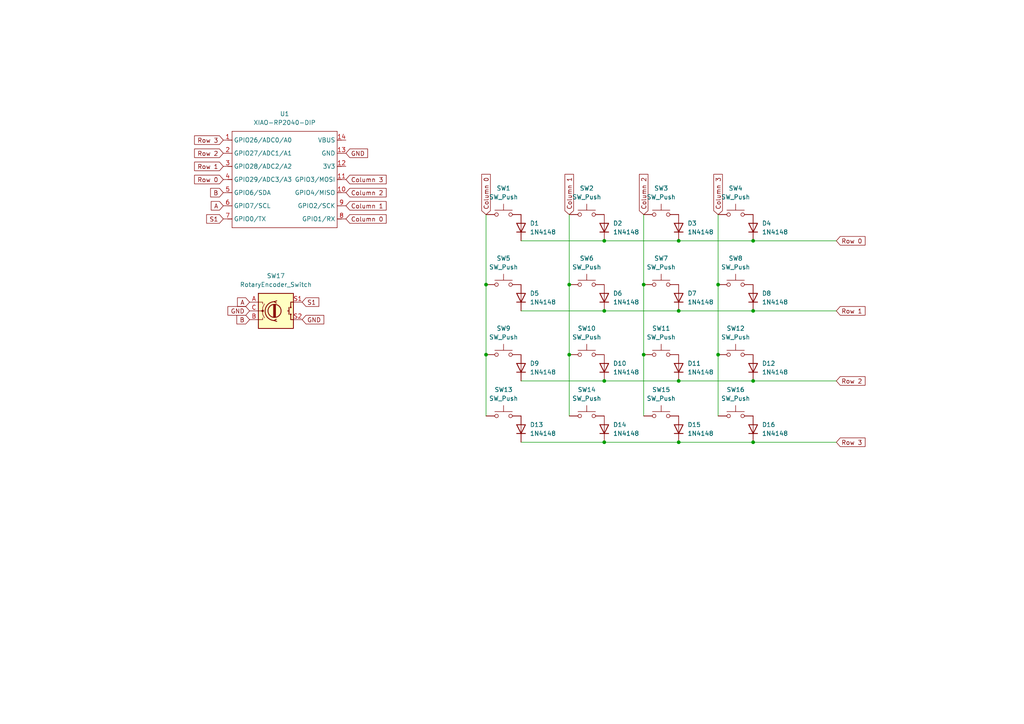
<source format=kicad_sch>
(kicad_sch (version 20250114) (generator "eeschema") (generator_version "9.0")
  (paper "A4")
  (lib_symbols
    (symbol "Device:RotaryEncoder_Switch" (pin_names (offset 0.254) (hide yes))
      (property "Reference" "SW" (at 0 6.604 0))
      (property "Value" "RotaryEncoder_Switch" (at 0 -6.604 0))
      (symbol "RotaryEncoder_Switch_0_1"
        (rectangle (start -5.08 5.08) (end 5.08 -5.08) (stroke (width 0.254)) (fill (type background)))
        (polyline (pts (xy -5.08 2.54) (xy -3.81 2.54) (xy -3.81 2.032)))
        (polyline (pts (xy -5.08 0) (xy -3.81 0) (xy -3.81 -1.016) (xy -3.302 -2.032)))
        (polyline (pts (xy -5.08 -2.54) (xy -3.81 -2.54) (xy -3.81 -2.032)))
        (polyline (pts (xy -4.318 0) (xy -3.81 0) (xy -3.81 1.016) (xy -3.302 2.032)))
        (circle (center -3.81 0) (radius 0.254) (fill (type outline)))
        (polyline (pts (xy -0.635 -1.778) (xy -0.635 1.778)) (stroke (width 0.254)))
        (circle (center -0.381 0) (radius 1.905) (stroke (width 0.254)))
        (polyline (pts (xy -0.381 -1.778) (xy -0.381 1.778)) (stroke (width 0.254)))
        (arc (start -0.381 -2.794) (mid -3.0988 -0.0635) (end -0.381 2.667) (stroke (width 0.254)))
        (polyline (pts (xy -0.127 1.778) (xy -0.127 -1.778)) (stroke (width 0.254)))
        (polyline (pts (xy 0.254 2.921) (xy -0.508 2.667) (xy 0.127 2.286)) (stroke (width 0.254)))
        (polyline (pts (xy 0.254 -3.048) (xy -0.508 -2.794) (xy 0.127 -2.413)) (stroke (width 0.254)))
        (polyline (pts (xy 3.81 1.016) (xy 3.81 -1.016)) (stroke (width 0.254)))
        (polyline (pts (xy 3.81 0) (xy 3.429 0)) (stroke (width 0.254)))
        (circle (center 4.318 1.016) (radius 0.127) (stroke (width 0.254)))
        (circle (center 4.318 -1.016) (radius 0.127) (stroke (width 0.254)))
        (polyline (pts (xy 5.08 2.54) (xy 4.318 2.54) (xy 4.318 1.016)) (stroke (width 0.254)))
        (polyline (pts (xy 5.08 -2.54) (xy 4.318 -2.54) (xy 4.318 -1.016)) (stroke (width 0.254)))
      )
      (symbol "RotaryEncoder_Switch_1_1"
        (pin passive line (at -7.62 2.54 0) (length 2.54) (name "A") (number "A"))
        (pin passive line (at -7.62 0 0) (length 2.54) (name "C") (number "C"))
        (pin passive line (at -7.62 -2.54 0) (length 2.54) (name "B") (number "B"))
        (pin passive line (at 7.62 2.54 180) (length 2.54) (name "S1") (number "S1"))
        (pin passive line (at 7.62 -2.54 180) (length 2.54) (name "S2") (number "S2"))
      )
    )
    (symbol "Diode:1N4148" (pin_numbers (hide yes)) (pin_names (hide yes))
      (property "Reference" "D" (at 0 2.54 0))
      (property "Value" "1N4148" (at 0 -2.54 0))
      (symbol "1N4148_0_1"
        (polyline (pts (xy -1.27 1.27) (xy -1.27 -1.27)) (stroke (width 0.254)))
        (polyline (pts (xy 1.27 1.27) (xy 1.27 -1.27) (xy -1.27 0) (xy 1.27 1.27)) (stroke (width 0.254)))
        (polyline (pts (xy 1.27 0) (xy -1.27 0)))
      )
      (symbol "1N4148_1_1"
        (pin passive line (at -3.81 0 0) (length 2.54) (name "K") (number "1"))
        (pin passive line (at 3.81 0 180) (length 2.54) (name "A") (number "2"))
      )
    )
    (symbol "Switch:SW_Push" (pin_numbers (hide yes)) (pin_names (offset 1.016) (hide yes))
      (property "Reference" "SW" (at 1.27 2.54 0))
      (property "Value" "SW_Push" (at 0 -1.524 0))
      (symbol "SW_Push_0_1"
        (circle (center -2.032 0) (radius 0.508))
        (polyline (pts (xy 0 1.27) (xy 0 3.048)))
        (circle (center 2.032 0) (radius 0.508))
        (polyline (pts (xy 2.54 1.27) (xy -2.54 1.27)))
        (pin passive line (at -5.08 0 0) (length 2.54) (name "1") (number "1"))
        (pin passive line (at 5.08 0 180) (length 2.54) (name "2") (number "2"))
      )
    )
    (symbol "Xiao:XIAO-RP2040-DIP"
      (property "Reference" "U" (at 0 0 0))
      (property "Value" "XIAO-RP2040-DIP" (at 5.334 -1.778 0))
      (symbol "XIAO-RP2040-DIP_1_0"
        (polyline (pts (xy -1.27 -2.54) (xy 29.21 -2.54)) (stroke (width 0.1524)))
        (polyline (pts (xy -1.27 -5.08) (xy -2.54 -5.08)) (stroke (width 0.1524)))
        (polyline (pts (xy -1.27 -5.08) (xy -1.27 -2.54)) (stroke (width 0.1524)))
        (polyline (pts (xy -1.27 -8.89) (xy -2.54 -8.89)) (stroke (width 0.1524)))
        (polyline (pts (xy -1.27 -8.89) (xy -1.27 -5.08)) (stroke (width 0.1524)))
        (polyline (pts (xy -1.27 -12.7) (xy -2.54 -12.7)) (stroke (width 0.1524)))
        (polyline (pts (xy -1.27 -12.7) (xy -1.27 -8.89)) (stroke (width 0.1524)))
        (polyline (pts (xy -1.27 -16.51) (xy -2.54 -16.51)) (stroke (width 0.1524)))
        (polyline (pts (xy -1.27 -16.51) (xy -1.27 -12.7)) (stroke (width 0.1524)))
        (polyline (pts (xy -1.27 -20.32) (xy -2.54 -20.32)) (stroke (width 0.1524)))
        (polyline (pts (xy -1.27 -24.13) (xy -2.54 -24.13)) (stroke (width 0.1524)))
        (polyline (pts (xy -1.27 -27.94) (xy -2.54 -27.94)) (stroke (width 0.1524)))
        (polyline (pts (xy -1.27 -30.48) (xy -1.27 -16.51)) (stroke (width 0.1524)))
        (polyline (pts (xy 29.21 -2.54) (xy 29.21 -5.08)) (stroke (width 0.1524)))
        (polyline (pts (xy 29.21 -5.08) (xy 29.21 -8.89)) (stroke (width 0.1524)))
        (polyline (pts (xy 29.21 -8.89) (xy 29.21 -12.7)) (stroke (width 0.1524)))
        (polyline (pts (xy 29.21 -12.7) (xy 29.21 -30.48)) (stroke (width 0.1524)))
        (polyline (pts (xy 29.21 -30.48) (xy -1.27 -30.48)) (stroke (width 0.1524)))
        (polyline (pts (xy 30.48 -5.08) (xy 29.21 -5.08)) (stroke (width 0.1524)))
        (polyline (pts (xy 30.48 -8.89) (xy 29.21 -8.89)) (stroke (width 0.1524)))
        (polyline (pts (xy 30.48 -12.7) (xy 29.21 -12.7)) (stroke (width 0.1524)))
        (polyline (pts (xy 30.48 -16.51) (xy 29.21 -16.51)) (stroke (width 0.1524)))
        (polyline (pts (xy 30.48 -20.32) (xy 29.21 -20.32)) (stroke (width 0.1524)))
        (polyline (pts (xy 30.48 -24.13) (xy 29.21 -24.13)) (stroke (width 0.1524)))
        (polyline (pts (xy 30.48 -27.94) (xy 29.21 -27.94)) (stroke (width 0.1524)))
        (pin passive line (at -3.81 -5.08 0) (length 2.54) (name "GPIO26/ADC0/A0") (number "1"))
        (pin passive line (at -3.81 -8.89 0) (length 2.54) (name "GPIO27/ADC1/A1") (number "2"))
        (pin passive line (at -3.81 -12.7 0) (length 2.54) (name "GPIO28/ADC2/A2") (number "3"))
        (pin passive line (at -3.81 -16.51 0) (length 2.54) (name "GPIO29/ADC3/A3") (number "4"))
        (pin passive line (at -3.81 -20.32 0) (length 2.54) (name "GPIO6/SDA") (number "5"))
        (pin passive line (at -3.81 -24.13 0) (length 2.54) (name "GPIO7/SCL") (number "6"))
        (pin passive line (at -3.81 -27.94 0) (length 2.54) (name "GPIO0/TX") (number "7"))
        (pin passive line (at 31.75 -5.08 180) (length 2.54) (name "VBUS") (number "14"))
        (pin passive line (at 31.75 -8.89 180) (length 2.54) (name "GND") (number "13"))
        (pin passive line (at 31.75 -12.7 180) (length 2.54) (name "3V3") (number "12"))
        (pin passive line (at 31.75 -16.51 180) (length 2.54) (name "GPIO3/MOSI") (number "11"))
        (pin passive line (at 31.75 -20.32 180) (length 2.54) (name "GPIO4/MISO") (number "10"))
        (pin passive line (at 31.75 -24.13 180) (length 2.54) (name "GPIO2/SCK") (number "9"))
        (pin passive line (at 31.75 -27.94 180) (length 2.54) (name "GPIO1/RX") (number "8"))
      )
    )
  )
  (junction (at 218.44 110.49))
  (junction (at 175.26 69.85))
  (junction (at 175.26 90.17))
  (junction (at 186.69 82.55))
  (junction (at 165.1 102.87))
  (junction (at 186.69 102.87))
  (junction (at 208.28 102.87))
  (junction (at 196.85 69.85))
  (junction (at 165.1 82.55))
  (junction (at 208.28 82.55))
  (junction (at 175.26 128.27))
  (junction (at 196.85 128.27))
  (junction (at 196.85 110.49))
  (junction (at 140.97 82.55))
  (junction (at 175.26 110.49))
  (junction (at 218.44 90.17))
  (junction (at 196.85 90.17))
  (junction (at 140.97 102.87))
  (junction (at 218.44 69.85))
  (junction (at 218.44 128.27))
  (wire (pts (xy 218.44 90.17) (xy 242.57 90.17)))
  (wire (pts (xy 165.1 82.55) (xy 165.1 102.87)))
  (wire (pts (xy 165.1 62.23) (xy 165.1 82.55)))
  (wire (pts (xy 218.44 128.27) (xy 242.57 128.27)))
  (wire (pts (xy 140.97 62.23) (xy 140.97 82.55)))
  (wire (pts (xy 175.26 128.27) (xy 196.85 128.27)))
  (wire (pts (xy 186.69 62.23) (xy 186.69 82.55)))
  (wire (pts (xy 165.1 102.87) (xy 165.1 120.65)))
  (wire (pts (xy 196.85 128.27) (xy 218.44 128.27)))
  (wire (pts (xy 151.13 128.27) (xy 175.26 128.27)))
  (wire (pts (xy 140.97 102.87) (xy 140.97 120.65)))
  (wire (pts (xy 208.28 82.55) (xy 208.28 102.87)))
  (wire (pts (xy 151.13 69.85) (xy 175.26 69.85)))
  (wire (pts (xy 140.97 82.55) (xy 140.97 102.87)))
  (wire (pts (xy 151.13 90.17) (xy 175.26 90.17)))
  (wire (pts (xy 196.85 69.85) (xy 218.44 69.85)))
  (wire (pts (xy 175.26 90.17) (xy 196.85 90.17)))
  (wire (pts (xy 196.85 90.17) (xy 218.44 90.17)))
  (wire (pts (xy 186.69 102.87) (xy 186.69 120.65)))
  (wire (pts (xy 196.85 110.49) (xy 218.44 110.49)))
  (wire (pts (xy 186.69 82.55) (xy 186.69 102.87)))
  (wire (pts (xy 208.28 62.23) (xy 208.28 82.55)))
  (wire (pts (xy 208.28 102.87) (xy 208.28 120.65)))
  (wire (pts (xy 218.44 110.49) (xy 242.57 110.49)))
  (wire (pts (xy 151.13 110.49) (xy 175.26 110.49)))
  (wire (pts (xy 175.26 110.49) (xy 196.85 110.49)))
  (wire (pts (xy 175.26 69.85) (xy 196.85 69.85)))
  (wire (pts (xy 218.44 69.85) (xy 242.57 69.85)))
  (global_label "Column 1" (shape input) (at 165.1 62.23 90) (property "Intersheetrefs" "${INTERSHEET_REFS}" (effects (hide yes))))
  (global_label "Column 1" (shape input) (at 100.33 59.69 0) (property "Intersheetrefs" "${INTERSHEET_REFS}" (effects (hide yes))))
  (global_label "Row 1" (shape input) (at 242.57 90.17 0) (property "Intersheetrefs" "${INTERSHEET_REFS}" (effects (hide yes))))
  (global_label "Column 2" (shape input) (at 186.69 62.23 90) (property "Intersheetrefs" "${INTERSHEET_REFS}" (effects (hide yes))))
  (global_label "S1" (shape input) (at 87.63 87.63 0) (property "Intersheetrefs" "${INTERSHEET_REFS}" (effects (hide yes))))
  (global_label "Row 3" (shape input) (at 64.77 40.64 180) (property "Intersheetrefs" "${INTERSHEET_REFS}" (effects (hide yes))))
  (global_label "Column 3" (shape input) (at 100.33 52.07 0) (property "Intersheetrefs" "${INTERSHEET_REFS}" (effects (hide yes))))
  (global_label "Column 0" (shape input) (at 100.33 63.5 0) (property "Intersheetrefs" "${INTERSHEET_REFS}" (effects (hide yes))))
  (global_label "Row 1" (shape input) (at 64.77 48.26 180) (property "Intersheetrefs" "${INTERSHEET_REFS}" (effects (hide yes))))
  (global_label "Row 2" (shape input) (at 64.77 44.45 180) (property "Intersheetrefs" "${INTERSHEET_REFS}" (effects (hide yes))))
  (global_label "GND" (shape input) (at 87.63 92.71 0) (property "Intersheetrefs" "${INTERSHEET_REFS}" (effects (hide yes))))
  (global_label "A" (shape input) (at 72.39 87.63 180) (property "Intersheetrefs" "${INTERSHEET_REFS}" (effects (hide yes))))
  (global_label "S1" (shape input) (at 64.77 63.5 180) (property "Intersheetrefs" "${INTERSHEET_REFS}" (effects (hide yes))))
  (global_label "B" (shape input) (at 72.39 92.71 180) (property "Intersheetrefs" "${INTERSHEET_REFS}" (effects (hide yes))))
  (global_label "Column 2" (shape input) (at 100.33 55.88 0) (property "Intersheetrefs" "${INTERSHEET_REFS}" (effects (hide yes))))
  (global_label "Row 2" (shape input) (at 242.57 110.49 0) (property "Intersheetrefs" "${INTERSHEET_REFS}" (effects (hide yes))))
  (global_label "Row 3" (shape input) (at 242.57 128.27 0) (property "Intersheetrefs" "${INTERSHEET_REFS}" (effects (hide yes))))
  (global_label "Column 0" (shape input) (at 140.97 62.23 90) (property "Intersheetrefs" "${INTERSHEET_REFS}" (effects (hide yes))))
  (global_label "Column 3" (shape input) (at 208.28 62.23 90) (property "Intersheetrefs" "${INTERSHEET_REFS}" (effects (hide yes))))
  (global_label "GND" (shape input) (at 100.33 44.45 0) (property "Intersheetrefs" "${INTERSHEET_REFS}" (effects (hide yes))))
  (global_label "A" (shape input) (at 64.77 59.69 180) (property "Intersheetrefs" "${INTERSHEET_REFS}" (effects (hide yes))))
  (global_label "Row 0" (shape input) (at 242.57 69.85 0) (property "Intersheetrefs" "${INTERSHEET_REFS}" (effects (hide yes))))
  (global_label "B" (shape input) (at 64.77 55.88 180) (property "Intersheetrefs" "${INTERSHEET_REFS}" (effects (hide yes))))
  (global_label "GND" (shape input) (at 72.39 90.17 180) (property "Intersheetrefs" "${INTERSHEET_REFS}" (effects (hide yes))))
  (global_label "Row 0" (shape input) (at 64.77 52.07 180) (property "Intersheetrefs" "${INTERSHEET_REFS}" (effects (hide yes))))
  (symbol (lib_id "Diode:1N4148") (at 151.13 66.04 90) (unit 1)
    (property "Reference" "D1" (at 153.67 64.7699 90) (effects (justify right)))
    (property "Value" "1N4148" (at 153.67 67.3099 90) (effects (justify right)))
    (property "Footprint" "Diode_THT:D_DO-35_SOD27_P7.62mm_Horizontal" (effects (hide yes)))
    (property "Datasheet" "https://assets.nexperia.com/documents/data-sheet/1N4148_1N4448.pdf" (effects (hide yes)))
    (property "Description" "100V 0.15A standard switching diode, DO-35" (effects (hide yes)))
    (property "Sim.Device" "D" (effects (hide yes)))
    (property "Sim.Pins" "1=K 2=A" (effects (hide yes)))
  )
  (symbol (lib_id "Switch:SW_Push") (at 146.05 82.55 0) (unit 1)
    (property "Reference" "SW5" (at 146.05 74.93 0))
    (property "Value" "SW_Push" (at 146.05 77.47 0))
    (property "Footprint" "Button_Switch_Keyboard:SW_Cherry_MX_1.00u_PCB" (effects (hide yes)))
    (property "Description" "Push button switch, generic, two pins" (effects (hide yes)))
  )
  (symbol (lib_id "Diode:1N4148") (at 218.44 106.68 90) (unit 1)
    (property "Reference" "D12" (at 220.98 105.4099 90) (effects (justify right)))
    (property "Value" "1N4148" (at 220.98 107.9499 90) (effects (justify right)))
    (property "Footprint" "Diode_THT:D_DO-35_SOD27_P7.62mm_Horizontal" (effects (hide yes)))
    (property "Datasheet" "https://assets.nexperia.com/documents/data-sheet/1N4148_1N4448.pdf" (effects (hide yes)))
    (property "Description" "100V 0.15A standard switching diode, DO-35" (effects (hide yes)))
    (property "Sim.Device" "D" (effects (hide yes)))
    (property "Sim.Pins" "1=K 2=A" (effects (hide yes)))
  )
  (symbol (lib_id "Switch:SW_Push") (at 170.18 102.87 0) (unit 1)
    (property "Reference" "SW10" (at 170.18 95.25 0))
    (property "Value" "SW_Push" (at 170.18 97.79 0))
    (property "Footprint" "Button_Switch_Keyboard:SW_Cherry_MX_1.00u_PCB" (effects (hide yes)))
    (property "Description" "Push button switch, generic, two pins" (effects (hide yes)))
  )
  (symbol (lib_id "Switch:SW_Push") (at 146.05 102.87 0) (unit 1)
    (property "Reference" "SW9" (at 146.05 95.25 0))
    (property "Value" "SW_Push" (at 146.05 97.79 0))
    (property "Footprint" "Button_Switch_Keyboard:SW_Cherry_MX_1.00u_PCB" (effects (hide yes)))
    (property "Description" "Push button switch, generic, two pins" (effects (hide yes)))
  )
  (symbol (lib_id "Diode:1N4148") (at 218.44 66.04 90) (unit 1)
    (property "Reference" "D4" (at 220.98 64.7699 90) (effects (justify right)))
    (property "Value" "1N4148" (at 220.98 67.3099 90) (effects (justify right)))
    (property "Footprint" "Diode_THT:D_DO-35_SOD27_P7.62mm_Horizontal" (effects (hide yes)))
    (property "Datasheet" "https://assets.nexperia.com/documents/data-sheet/1N4148_1N4448.pdf" (effects (hide yes)))
    (property "Description" "100V 0.15A standard switching diode, DO-35" (effects (hide yes)))
    (property "Sim.Device" "D" (effects (hide yes)))
    (property "Sim.Pins" "1=K 2=A" (effects (hide yes)))
  )
  (symbol (lib_id "Diode:1N4148") (at 196.85 66.04 90) (unit 1)
    (property "Reference" "D3" (at 199.39 64.7699 90) (effects (justify right)))
    (property "Value" "1N4148" (at 199.39 67.3099 90) (effects (justify right)))
    (property "Footprint" "Diode_THT:D_DO-35_SOD27_P7.62mm_Horizontal" (effects (hide yes)))
    (property "Datasheet" "https://assets.nexperia.com/documents/data-sheet/1N4148_1N4448.pdf" (effects (hide yes)))
    (property "Description" "100V 0.15A standard switching diode, DO-35" (effects (hide yes)))
    (property "Sim.Device" "D" (effects (hide yes)))
    (property "Sim.Pins" "1=K 2=A" (effects (hide yes)))
  )
  (symbol (lib_id "Switch:SW_Push") (at 191.77 82.55 0) (unit 1)
    (property "Reference" "SW7" (at 191.77 74.93 0))
    (property "Value" "SW_Push" (at 191.77 77.47 0))
    (property "Footprint" "Button_Switch_Keyboard:SW_Cherry_MX_1.00u_PCB" (effects (hide yes)))
    (property "Description" "Push button switch, generic, two pins" (effects (hide yes)))
  )
  (symbol (lib_id "Diode:1N4148") (at 218.44 86.36 90) (unit 1)
    (property "Reference" "D8" (at 220.98 85.0899 90) (effects (justify right)))
    (property "Value" "1N4148" (at 220.98 87.6299 90) (effects (justify right)))
    (property "Footprint" "Diode_THT:D_DO-35_SOD27_P7.62mm_Horizontal" (effects (hide yes)))
    (property "Datasheet" "https://assets.nexperia.com/documents/data-sheet/1N4148_1N4448.pdf" (effects (hide yes)))
    (property "Description" "100V 0.15A standard switching diode, DO-35" (effects (hide yes)))
    (property "Sim.Device" "D" (effects (hide yes)))
    (property "Sim.Pins" "1=K 2=A" (effects (hide yes)))
  )
  (symbol (lib_id "Switch:SW_Push") (at 191.77 120.65 0) (unit 1)
    (property "Reference" "SW15" (at 191.77 113.03 0))
    (property "Value" "SW_Push" (at 191.77 115.57 0))
    (property "Footprint" "Button_Switch_Keyboard:SW_Cherry_MX_1.00u_PCB" (effects (hide yes)))
    (property "Description" "Push button switch, generic, two pins" (effects (hide yes)))
  )
  (symbol (lib_id "Diode:1N4148") (at 151.13 124.46 90) (unit 1)
    (property "Reference" "D13" (at 153.67 123.1899 90) (effects (justify right)))
    (property "Value" "1N4148" (at 153.67 125.7299 90) (effects (justify right)))
    (property "Footprint" "Diode_THT:D_DO-35_SOD27_P7.62mm_Horizontal" (effects (hide yes)))
    (property "Datasheet" "https://assets.nexperia.com/documents/data-sheet/1N4148_1N4448.pdf" (effects (hide yes)))
    (property "Description" "100V 0.15A standard switching diode, DO-35" (effects (hide yes)))
    (property "Sim.Device" "D" (effects (hide yes)))
    (property "Sim.Pins" "1=K 2=A" (effects (hide yes)))
  )
  (symbol (lib_id "Diode:1N4148") (at 151.13 86.36 90) (unit 1)
    (property "Reference" "D5" (at 153.67 85.0899 90) (effects (justify right)))
    (property "Value" "1N4148" (at 153.67 87.6299 90) (effects (justify right)))
    (property "Footprint" "Diode_THT:D_DO-35_SOD27_P7.62mm_Horizontal" (effects (hide yes)))
    (property "Datasheet" "https://assets.nexperia.com/documents/data-sheet/1N4148_1N4448.pdf" (effects (hide yes)))
    (property "Description" "100V 0.15A standard switching diode, DO-35" (effects (hide yes)))
    (property "Sim.Device" "D" (effects (hide yes)))
    (property "Sim.Pins" "1=K 2=A" (effects (hide yes)))
  )
  (symbol (lib_id "Diode:1N4148") (at 175.26 124.46 90) (unit 1)
    (property "Reference" "D14" (at 177.8 123.1899 90) (effects (justify right)))
    (property "Value" "1N4148" (at 177.8 125.7299 90) (effects (justify right)))
    (property "Footprint" "Diode_THT:D_DO-35_SOD27_P7.62mm_Horizontal" (effects (hide yes)))
    (property "Datasheet" "https://assets.nexperia.com/documents/data-sheet/1N4148_1N4448.pdf" (effects (hide yes)))
    (property "Description" "100V 0.15A standard switching diode, DO-35" (effects (hide yes)))
    (property "Sim.Device" "D" (effects (hide yes)))
    (property "Sim.Pins" "1=K 2=A" (effects (hide yes)))
  )
  (symbol (lib_id "Switch:SW_Push") (at 170.18 82.55 0) (unit 1)
    (property "Reference" "SW6" (at 170.18 74.93 0))
    (property "Value" "SW_Push" (at 170.18 77.47 0))
    (property "Footprint" "Button_Switch_Keyboard:SW_Cherry_MX_1.00u_PCB" (effects (hide yes)))
    (property "Description" "Push button switch, generic, two pins" (effects (hide yes)))
  )
  (symbol (lib_id "Switch:SW_Push") (at 146.05 62.23 0) (unit 1)
    (property "Reference" "SW1" (at 146.05 54.61 0))
    (property "Value" "SW_Push" (at 146.05 57.15 0))
    (property "Footprint" "Button_Switch_Keyboard:SW_Cherry_MX_1.00u_PCB" (effects (hide yes)))
    (property "Description" "Push button switch, generic, two pins" (effects (hide yes)))
  )
  (symbol (lib_id "Switch:SW_Push") (at 213.36 62.23 0) (unit 1)
    (property "Reference" "SW4" (at 213.36 54.61 0))
    (property "Value" "SW_Push" (at 213.36 57.15 0))
    (property "Footprint" "Button_Switch_Keyboard:SW_Cherry_MX_1.00u_PCB" (effects (hide yes)))
    (property "Description" "Push button switch, generic, two pins" (effects (hide yes)))
  )
  (symbol (lib_id "Diode:1N4148") (at 175.26 106.68 90) (unit 1)
    (property "Reference" "D10" (at 177.8 105.4099 90) (effects (justify right)))
    (property "Value" "1N4148" (at 177.8 107.9499 90) (effects (justify right)))
    (property "Footprint" "Diode_THT:D_DO-35_SOD27_P7.62mm_Horizontal" (effects (hide yes)))
    (property "Datasheet" "https://assets.nexperia.com/documents/data-sheet/1N4148_1N4448.pdf" (effects (hide yes)))
    (property "Description" "100V 0.15A standard switching diode, DO-35" (effects (hide yes)))
    (property "Sim.Device" "D" (effects (hide yes)))
    (property "Sim.Pins" "1=K 2=A" (effects (hide yes)))
  )
  (symbol (lib_id "Switch:SW_Push") (at 170.18 62.23 0) (unit 1)
    (property "Reference" "SW2" (at 170.18 54.61 0))
    (property "Value" "SW_Push" (at 170.18 57.15 0))
    (property "Footprint" "Button_Switch_Keyboard:SW_Cherry_MX_1.00u_PCB" (effects (hide yes)))
    (property "Description" "Push button switch, generic, two pins" (effects (hide yes)))
  )
  (symbol (lib_id "Switch:SW_Push") (at 146.05 120.65 0) (unit 1)
    (property "Reference" "SW13" (at 146.05 113.03 0))
    (property "Value" "SW_Push" (at 146.05 115.57 0))
    (property "Footprint" "Button_Switch_Keyboard:SW_Cherry_MX_1.00u_PCB" (effects (hide yes)))
    (property "Description" "Push button switch, generic, two pins" (effects (hide yes)))
  )
  (symbol (lib_id "Diode:1N4148") (at 196.85 106.68 90) (unit 1)
    (property "Reference" "D11" (at 199.39 105.4099 90) (effects (justify right)))
    (property "Value" "1N4148" (at 199.39 107.9499 90) (effects (justify right)))
    (property "Footprint" "Diode_THT:D_DO-35_SOD27_P7.62mm_Horizontal" (effects (hide yes)))
    (property "Datasheet" "https://assets.nexperia.com/documents/data-sheet/1N4148_1N4448.pdf" (effects (hide yes)))
    (property "Description" "100V 0.15A standard switching diode, DO-35" (effects (hide yes)))
    (property "Sim.Device" "D" (effects (hide yes)))
    (property "Sim.Pins" "1=K 2=A" (effects (hide yes)))
  )
  (symbol (lib_id "Switch:SW_Push") (at 213.36 102.87 0) (unit 1)
    (property "Reference" "SW12" (at 213.36 95.25 0))
    (property "Value" "SW_Push" (at 213.36 97.79 0))
    (property "Footprint" "Button_Switch_Keyboard:SW_Cherry_MX_1.00u_PCB" (effects (hide yes)))
    (property "Description" "Push button switch, generic, two pins" (effects (hide yes)))
  )
  (symbol (lib_id "Diode:1N4148") (at 175.26 86.36 90) (unit 1)
    (property "Reference" "D6" (at 177.8 85.0899 90) (effects (justify right)))
    (property "Value" "1N4148" (at 177.8 87.6299 90) (effects (justify right)))
    (property "Footprint" "Diode_THT:D_DO-35_SOD27_P7.62mm_Horizontal" (effects (hide yes)))
    (property "Datasheet" "https://assets.nexperia.com/documents/data-sheet/1N4148_1N4448.pdf" (effects (hide yes)))
    (property "Description" "100V 0.15A standard switching diode, DO-35" (effects (hide yes)))
    (property "Sim.Device" "D" (effects (hide yes)))
    (property "Sim.Pins" "1=K 2=A" (effects (hide yes)))
  )
  (symbol (lib_id "Switch:SW_Push") (at 191.77 62.23 0) (unit 1)
    (property "Reference" "SW3" (at 191.77 54.61 0))
    (property "Value" "SW_Push" (at 191.77 57.15 0))
    (property "Footprint" "Button_Switch_Keyboard:SW_Cherry_MX_1.00u_PCB" (effects (hide yes)))
    (property "Description" "Push button switch, generic, two pins" (effects (hide yes)))
  )
  (symbol (lib_id "Switch:SW_Push") (at 191.77 102.87 0) (unit 1)
    (property "Reference" "SW11" (at 191.77 95.25 0))
    (property "Value" "SW_Push" (at 191.77 97.79 0))
    (property "Footprint" "Button_Switch_Keyboard:SW_Cherry_MX_1.00u_PCB" (effects (hide yes)))
    (property "Description" "Push button switch, generic, two pins" (effects (hide yes)))
  )
  (symbol (lib_id "Xiao:XIAO-RP2040-DIP") (at 68.58 35.56 0) (unit 1)
    (property "Reference" "U1" (at 82.55 33.02 0))
    (property "Value" "XIAO-RP2040-DIP" (at 82.55 35.56 0))
    (property "Footprint" "XiaoFoot:XIAO-RP2040-DIP" (effects (hide yes)))
  )
  (symbol (lib_id "Diode:1N4148") (at 196.85 86.36 90) (unit 1)
    (property "Reference" "D7" (at 199.39 85.0899 90) (effects (justify right)))
    (property "Value" "1N4148" (at 199.39 87.6299 90) (effects (justify right)))
    (property "Footprint" "Diode_THT:D_DO-35_SOD27_P7.62mm_Horizontal" (effects (hide yes)))
    (property "Datasheet" "https://assets.nexperia.com/documents/data-sheet/1N4148_1N4448.pdf" (effects (hide yes)))
    (property "Description" "100V 0.15A standard switching diode, DO-35" (effects (hide yes)))
    (property "Sim.Device" "D" (effects (hide yes)))
    (property "Sim.Pins" "1=K 2=A" (effects (hide yes)))
  )
  (symbol (lib_id "Diode:1N4148") (at 196.85 124.46 90) (unit 1)
    (property "Reference" "D15" (at 199.39 123.1899 90) (effects (justify right)))
    (property "Value" "1N4148" (at 199.39 125.7299 90) (effects (justify right)))
    (property "Footprint" "Diode_THT:D_DO-35_SOD27_P7.62mm_Horizontal" (effects (hide yes)))
    (property "Datasheet" "https://assets.nexperia.com/documents/data-sheet/1N4148_1N4448.pdf" (effects (hide yes)))
    (property "Description" "100V 0.15A standard switching diode, DO-35" (effects (hide yes)))
    (property "Sim.Device" "D" (effects (hide yes)))
    (property "Sim.Pins" "1=K 2=A" (effects (hide yes)))
  )
  (symbol (lib_id "Device:RotaryEncoder_Switch") (at 80.01 90.17 0) (unit 1)
    (property "Reference" "SW17" (at 80.01 80.01 0))
    (property "Value" "RotaryEncoder_Switch" (at 80.01 82.55 0))
    (property "Footprint" "Rotary_Encoder:RotaryEncoder_Alps_EC11E-Switch_Vertical_H20mm" (effects (hide yes)))
    (property "Description" "Rotary encoder, dual channel, incremental quadrate outputs, with switch" (effects (hide yes)))
  )
  (symbol (lib_id "Diode:1N4148") (at 175.26 66.04 90) (unit 1)
    (property "Reference" "D2" (at 177.8 64.7699 90) (effects (justify right)))
    (property "Value" "1N4148" (at 177.8 67.3099 90) (effects (justify right)))
    (property "Footprint" "Diode_THT:D_DO-35_SOD27_P7.62mm_Horizontal" (effects (hide yes)))
    (property "Datasheet" "https://assets.nexperia.com/documents/data-sheet/1N4148_1N4448.pdf" (effects (hide yes)))
    (property "Description" "100V 0.15A standard switching diode, DO-35" (effects (hide yes)))
    (property "Sim.Device" "D" (effects (hide yes)))
    (property "Sim.Pins" "1=K 2=A" (effects (hide yes)))
  )
  (symbol (lib_id "Switch:SW_Push") (at 213.36 82.55 0) (unit 1)
    (property "Reference" "SW8" (at 213.36 74.93 0))
    (property "Value" "SW_Push" (at 213.36 77.47 0))
    (property "Footprint" "Button_Switch_Keyboard:SW_Cherry_MX_1.00u_PCB" (effects (hide yes)))
    (property "Description" "Push button switch, generic, two pins" (effects (hide yes)))
  )
  (symbol (lib_id "Diode:1N4148") (at 151.13 106.68 90) (unit 1)
    (property "Reference" "D9" (at 153.67 105.4099 90) (effects (justify right)))
    (property "Value" "1N4148" (at 153.67 107.9499 90) (effects (justify right)))
    (property "Footprint" "Diode_THT:D_DO-35_SOD27_P7.62mm_Horizontal" (effects (hide yes)))
    (property "Datasheet" "https://assets.nexperia.com/documents/data-sheet/1N4148_1N4448.pdf" (effects (hide yes)))
    (property "Description" "100V 0.15A standard switching diode, DO-35" (effects (hide yes)))
    (property "Sim.Device" "D" (effects (hide yes)))
    (property "Sim.Pins" "1=K 2=A" (effects (hide yes)))
  )
  (symbol (lib_id "Switch:SW_Push") (at 170.18 120.65 0) (unit 1)
    (property "Reference" "SW14" (at 170.18 113.03 0))
    (property "Value" "SW_Push" (at 170.18 115.57 0))
    (property "Footprint" "Button_Switch_Keyboard:SW_Cherry_MX_1.00u_PCB" (effects (hide yes)))
    (property "Description" "Push button switch, generic, two pins" (effects (hide yes)))
  )
  (symbol (lib_id "Switch:SW_Push") (at 213.36 120.65 0) (unit 1)
    (property "Reference" "SW16" (at 213.36 113.03 0))
    (property "Value" "SW_Push" (at 213.36 115.57 0))
    (property "Footprint" "Button_Switch_Keyboard:SW_Cherry_MX_1.00u_PCB" (effects (hide yes)))
    (property "Description" "Push button switch, generic, two pins" (effects (hide yes)))
  )
  (symbol (lib_id "Diode:1N4148") (at 218.44 124.46 90) (unit 1)
    (property "Reference" "D16" (at 220.98 123.1899 90) (effects (justify right)))
    (property "Value" "1N4148" (at 220.98 125.7299 90) (effects (justify right)))
    (property "Footprint" "Diode_THT:D_DO-35_SOD27_P7.62mm_Horizontal" (effects (hide yes)))
    (property "Datasheet" "https://assets.nexperia.com/documents/data-sheet/1N4148_1N4448.pdf" (effects (hide yes)))
    (property "Description" "100V 0.15A standard switching diode, DO-35" (effects (hide yes)))
    (property "Sim.Device" "D" (effects (hide yes)))
    (property "Sim.Pins" "1=K 2=A" (effects (hide yes)))
  )
)
</source>
